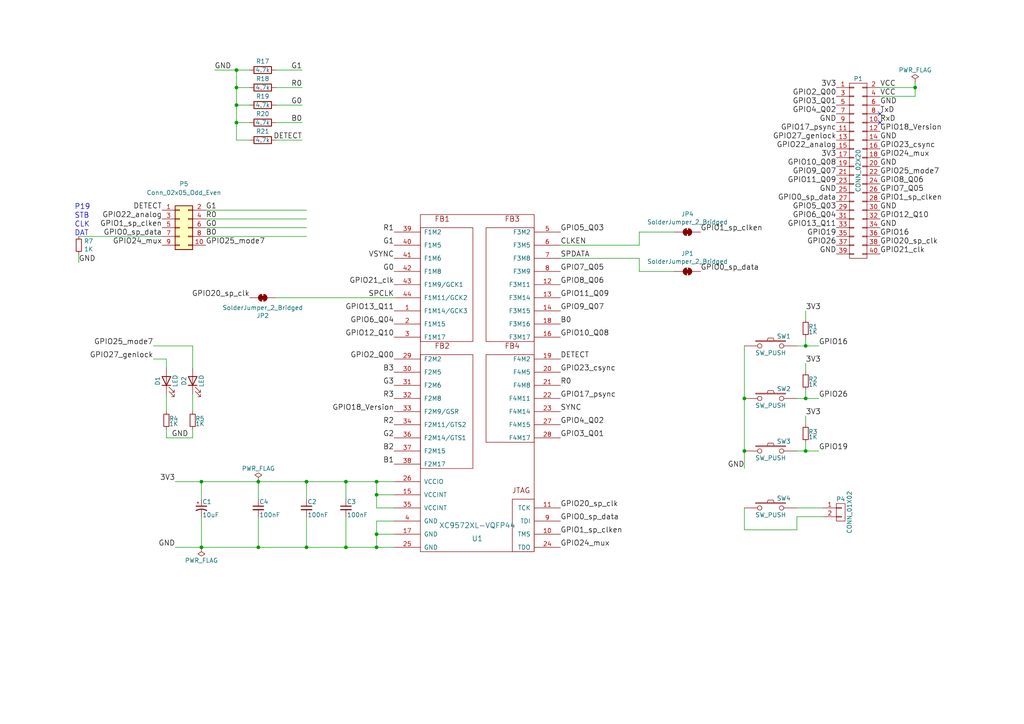
<source format=kicad_sch>
(kicad_sch (version 20250114) (generator "eeschema") (generator_version "9.0")
  (paper "A4")
  (lib_symbols
    (symbol "Connector_Generic:Conn_02x05_Odd_Even" (pin_names (offset 1.016) (hide yes))
      (property "Reference" "J" (at 1.27 7.62 0))
      (property "Value" "Conn_02x05_Odd_Even" (at 1.27 -7.62 0))
      (symbol "Conn_02x05_Odd_Even_1_1"
        (rectangle (start -1.27 6.35) (end 3.81 -6.35) (stroke (width 0.254)) (fill (type background)))
        (rectangle (start -1.27 5.207) (end 0 4.953) (stroke (width 0.1524)))
        (rectangle (start -1.27 2.667) (end 0 2.413) (stroke (width 0.1524)))
        (rectangle (start -1.27 0.127) (end 0 -0.127) (stroke (width 0.1524)))
        (rectangle (start -1.27 -2.413) (end 0 -2.667) (stroke (width 0.1524)))
        (rectangle (start -1.27 -4.953) (end 0 -5.207) (stroke (width 0.1524)))
        (rectangle (start 3.81 5.207) (end 2.54 4.953) (stroke (width 0.1524)))
        (rectangle (start 3.81 2.667) (end 2.54 2.413) (stroke (width 0.1524)))
        (rectangle (start 3.81 0.127) (end 2.54 -0.127) (stroke (width 0.1524)))
        (rectangle (start 3.81 -2.413) (end 2.54 -2.667) (stroke (width 0.1524)))
        (rectangle (start 3.81 -4.953) (end 2.54 -5.207) (stroke (width 0.1524)))
        (pin passive line (at -5.08 5.08 0) (length 3.81) (name "Pin_1") (number "1"))
        (pin passive line (at -5.08 2.54 0) (length 3.81) (name "Pin_3") (number "3"))
        (pin passive line (at -5.08 0 0) (length 3.81) (name "Pin_5") (number "5"))
        (pin passive line (at -5.08 -2.54 0) (length 3.81) (name "Pin_7") (number "7"))
        (pin passive line (at -5.08 -5.08 0) (length 3.81) (name "Pin_9") (number "9"))
        (pin passive line (at 7.62 5.08 180) (length 3.81) (name "Pin_2") (number "2"))
        (pin passive line (at 7.62 2.54 180) (length 3.81) (name "Pin_4") (number "4"))
        (pin passive line (at 7.62 0 180) (length 3.81) (name "Pin_6") (number "6"))
        (pin passive line (at 7.62 -2.54 180) (length 3.81) (name "Pin_8") (number "8"))
        (pin passive line (at 7.62 -5.08 180) (length 3.81) (name "Pin_10") (number "10"))
      )
    )
    (symbol "Connector_Generic:Conn_02x06_Odd_Even" (pin_names (offset 1.016) (hide yes))
      (property "Reference" "J" (at 1.27 7.62 0))
      (property "Value" "Conn_02x06_Odd_Even" (at 1.27 -10.16 0))
      (symbol "Conn_02x06_Odd_Even_1_1"
        (rectangle (start -1.27 6.35) (end 3.81 -8.89) (stroke (width 0.254)) (fill (type background)))
        (rectangle (start -1.27 5.207) (end 0 4.953) (stroke (width 0.1524)))
        (rectangle (start -1.27 2.667) (end 0 2.413) (stroke (width 0.1524)))
        (rectangle (start -1.27 0.127) (end 0 -0.127) (stroke (width 0.1524)))
        (rectangle (start -1.27 -2.413) (end 0 -2.667) (stroke (width 0.1524)))
        (rectangle (start -1.27 -4.953) (end 0 -5.207) (stroke (width 0.1524)))
        (rectangle (start -1.27 -7.493) (end 0 -7.747) (stroke (width 0.1524)))
        (rectangle (start 3.81 5.207) (end 2.54 4.953) (stroke (width 0.1524)))
        (rectangle (start 3.81 2.667) (end 2.54 2.413) (stroke (width 0.1524)))
        (rectangle (start 3.81 0.127) (end 2.54 -0.127) (stroke (width 0.1524)))
        (rectangle (start 3.81 -2.413) (end 2.54 -2.667) (stroke (width 0.1524)))
        (rectangle (start 3.81 -4.953) (end 2.54 -5.207) (stroke (width 0.1524)))
        (rectangle (start 3.81 -7.493) (end 2.54 -7.747) (stroke (width 0.1524)))
        (pin passive line (at -5.08 5.08 0) (length 3.81) (name "Pin_1") (number "1"))
        (pin passive line (at -5.08 2.54 0) (length 3.81) (name "Pin_3") (number "3"))
        (pin passive line (at -5.08 0 0) (length 3.81) (name "Pin_5") (number "5"))
        (pin passive line (at -5.08 -2.54 0) (length 3.81) (name "Pin_7") (number "7"))
        (pin passive line (at -5.08 -5.08 0) (length 3.81) (name "Pin_9") (number "9"))
        (pin passive line (at -5.08 -7.62 0) (length 3.81) (name "Pin_11") (number "11"))
        (pin passive line (at 7.62 5.08 180) (length 3.81) (name "Pin_2") (number "2"))
        (pin passive line (at 7.62 2.54 180) (length 3.81) (name "Pin_4") (number "4"))
        (pin passive line (at 7.62 0 180) (length 3.81) (name "Pin_6") (number "6"))
        (pin passive line (at 7.62 -2.54 180) (length 3.81) (name "Pin_8") (number "8"))
        (pin passive line (at 7.62 -5.08 180) (length 3.81) (name "Pin_10") (number "10"))
        (pin passive line (at 7.62 -7.62 180) (length 3.81) (name "Pin_12") (number "12"))
      )
    )
    (symbol "Device:CP1_Small" (pin_numbers (hide yes)) (pin_names (offset 0.254) (hide yes))
      (property "Reference" "C" (at 0.254 1.778 0))
      (property "Value" "Device_CP1_Small" (at 0.254 -2.032 0))
      (symbol "CP1_Small_0_1"
        (polyline (pts (xy -1.524 0.508) (xy 1.524 0.508)) (stroke (width 0.3048)))
        (polyline (pts (xy -1.27 1.524) (xy -0.762 1.524)))
        (polyline (pts (xy -1.016 1.27) (xy -1.016 1.778)))
        (arc (start -1.524 -0.762) (mid 0 -0.3734) (end 1.524 -0.762) (stroke (width 0.3048)))
      )
      (symbol "CP1_Small_1_1"
        (pin passive line (at 0 2.54 270) (length 2.032) (name "~") (number "1"))
        (pin passive line (at 0 -2.54 90) (length 2.032) (name "~") (number "2"))
      )
    )
    (symbol "Device:C_Small" (pin_numbers (hide yes)) (pin_names (offset 0.254) (hide yes))
      (property "Reference" "C" (at 0.254 1.778 0))
      (property "Value" "C_Small" (at 0.254 -2.032 0))
      (symbol "C_Small_0_1"
        (polyline (pts (xy -1.524 0.508) (xy 1.524 0.508)) (stroke (width 0.3048)))
        (polyline (pts (xy -1.524 -0.508) (xy 1.524 -0.508)) (stroke (width 0.3302)))
      )
      (symbol "C_Small_1_1"
        (pin passive line (at 0 2.54 270) (length 2.032) (name "~") (number "1"))
        (pin passive line (at 0 -2.54 90) (length 2.032) (name "~") (number "2"))
      )
    )
    (symbol "Device:LED" (pin_numbers (hide yes)) (pin_names (offset 1.016) (hide yes))
      (property "Reference" "D" (at 0 2.54 0))
      (property "Value" "LED" (at 0 -2.54 0))
      (symbol "LED_0_1"
        (polyline (pts (xy -3.048 -0.762) (xy -4.572 -2.286) (xy -3.81 -2.286) (xy -4.572 -2.286) (xy -4.572 -1.524)))
        (polyline (pts (xy -1.778 -0.762) (xy -3.302 -2.286) (xy -2.54 -2.286) (xy -3.302 -2.286) (xy -3.302 -1.524)))
        (polyline (pts (xy -1.27 0) (xy 1.27 0)))
        (polyline (pts (xy -1.27 -1.27) (xy -1.27 1.27)) (stroke (width 0.254)))
        (polyline (pts (xy 1.27 -1.27) (xy 1.27 1.27) (xy -1.27 0) (xy 1.27 -1.27)) (stroke (width 0.254)))
      )
      (symbol "LED_1_1"
        (pin passive line (at -3.81 0 0) (length 2.54) (name "K") (number "1"))
        (pin passive line (at 3.81 0 180) (length 2.54) (name "A") (number "2"))
      )
    )
    (symbol "Device:R" (pin_numbers (hide yes)) (pin_names (offset 0))
      (property "Reference" "R" (at 2.032 0 90))
      (property "Value" "R" (at 0 0 90))
      (symbol "R_0_1"
        (rectangle (start -1.016 -2.54) (end 1.016 2.54) (stroke (width 0.254)))
      )
      (symbol "R_1_1"
        (pin passive line (at 0 3.81 270) (length 1.27) (name "~") (number "1"))
        (pin passive line (at 0 -3.81 90) (length 1.27) (name "~") (number "2"))
      )
    )
    (symbol "Device:R_Small" (pin_numbers (hide yes)) (pin_names (offset 0.254) (hide yes))
      (property "Reference" "R" (at 0 0 90))
      (property "Value" "R_Small" (at 1.778 0 90))
      (symbol "R_Small_0_1"
        (rectangle (start -0.762 1.778) (end 0.762 -1.778) (stroke (width 0.2032)))
      )
      (symbol "R_Small_1_1"
        (pin passive line (at 0 2.54 270) (length 0.762) (name "~") (number "1"))
        (pin passive line (at 0 -2.54 90) (length 0.762) (name "~") (number "2"))
      )
    )
    (symbol "Jumper:SolderJumper_2_Bridged" (pin_numbers (hide yes)) (pin_names (offset 0) (hide yes)) (in_bom no)
      (property "Reference" "JP" (at 0 2.032 0))
      (property "Value" "SolderJumper_2_Bridged" (at 0 -2.54 0))
      (symbol "SolderJumper_2_Bridged_0_1"
        (rectangle (start -0.508 0.508) (end 0.508 -0.508) (fill (type outline)))
        (polyline (pts (xy -0.254 1.016) (xy -0.254 -1.016)))
        (arc (start -0.254 -1.016) (mid -1.2656 0) (end -0.254 1.016))
        (arc (start -0.254 -1.016) (mid -1.2656 0) (end -0.254 1.016) (fill (type outline)))
        (arc (start 0.254 1.016) (mid 1.2656 0) (end 0.254 -1.016))
        (arc (start 0.254 1.016) (mid 1.2656 0) (end 0.254 -1.016) (fill (type outline)))
        (polyline (pts (xy 0.254 1.016) (xy 0.254 -1.016)))
      )
      (symbol "SolderJumper_2_Bridged_1_1"
        (pin passive line (at -3.81 0 0) (length 2.54) (name "A") (number "1"))
        (pin passive line (at 3.81 0 180) (length 2.54) (name "B") (number "2"))
      )
    )
    (symbol "power:PWR_FLAG" (power) (pin_numbers (hide yes)) (pin_names (offset 0) (hide yes))
      (property "Value" "PWR_FLAG" (at 0 3.81 0))
      (symbol "PWR_FLAG_0_0"
        (pin power_out line (at 0 0 90) (length 0) (name "~") (number "1"))
      )
      (symbol "PWR_FLAG_0_1"
        (polyline (pts (xy 0 0) (xy 0 1.27) (xy -1.016 1.905) (xy 0 2.54) (xy 1.016 1.905) (xy 0 1.27)))
      )
    )
    (symbol "rgb-to-hdmi-rescue:CONN_01X02" (pin_names (offset 1.016) (hide yes))
      (property "Reference" "P" (at 0 3.81 0))
      (property "Value" "CONN_01X02" (at 2.54 0 90))
      (symbol "CONN_01X02_0_1"
        (rectangle (start -1.27 2.54) (end 1.27 -2.54))
        (rectangle (start -1.27 1.397) (end 0.254 1.143))
        (rectangle (start -1.27 -1.143) (end 0.254 -1.397))
      )
      (symbol "CONN_01X02_1_1"
        (pin passive line (at -5.08 1.27 0) (length 3.81) (name "P1") (number "1"))
        (pin passive line (at -5.08 -1.27 0) (length 3.81) (name "P2") (number "2"))
      )
    )
    (symbol "rgb-to-hdmi-rescue:CONN_02X20" (pin_names (offset 0.0254) (hide yes))
      (property "Reference" "P" (at 0 26.67 0))
      (property "Value" "CONN_02X20" (at 0 0 90))
      (symbol "CONN_02X20_0_1"
        (rectangle (start -2.54 25.4) (end 2.54 -25.4))
        (rectangle (start -2.54 24.257) (end -1.27 24.003))
        (rectangle (start -2.54 21.717) (end -1.27 21.463))
        (rectangle (start -2.54 19.177) (end -1.27 18.923))
        (rectangle (start -2.54 16.637) (end -1.27 16.383))
        (rectangle (start -2.54 14.097) (end -1.27 13.843))
        (rectangle (start -2.54 11.557) (end -1.27 11.303))
        (rectangle (start -2.54 9.017) (end -1.27 8.763))
        (rectangle (start -2.54 6.477) (end -1.27 6.223))
        (rectangle (start -2.54 3.937) (end -1.27 3.683))
        (rectangle (start -2.54 1.397) (end -1.27 1.143))
        (rectangle (start -2.54 -1.143) (end -1.27 -1.397))
        (rectangle (start -2.54 -3.683) (end -1.27 -3.937))
        (rectangle (start -2.54 -6.223) (end -1.27 -6.477))
        (rectangle (start -2.54 -8.763) (end -1.27 -9.017))
        (rectangle (start -2.54 -11.303) (end -1.27 -11.557))
        (rectangle (start -2.54 -13.843) (end -1.27 -14.097))
        (rectangle (start -2.54 -16.383) (end -1.27 -16.637))
        (rectangle (start -2.54 -18.923) (end -1.27 -19.177))
        (rectangle (start -2.54 -21.463) (end -1.27 -21.717))
        (rectangle (start -2.54 -24.003) (end -1.27 -24.257))
        (rectangle (start 1.27 24.257) (end 2.54 24.003))
        (rectangle (start 1.27 21.717) (end 2.54 21.463))
        (rectangle (start 1.27 19.177) (end 2.54 18.923))
        (rectangle (start 1.27 16.637) (end 2.54 16.383))
        (rectangle (start 1.27 14.097) (end 2.54 13.843))
        (rectangle (start 1.27 11.557) (end 2.54 11.303))
        (rectangle (start 1.27 9.017) (end 2.54 8.763))
        (rectangle (start 1.27 6.477) (end 2.54 6.223))
        (rectangle (start 1.27 3.937) (end 2.54 3.683))
        (rectangle (start 1.27 1.397) (end 2.54 1.143))
        (rectangle (start 1.27 -1.143) (end 2.54 -1.397))
        (rectangle (start 1.27 -3.683) (end 2.54 -3.937))
        (rectangle (start 1.27 -6.223) (end 2.54 -6.477))
        (rectangle (start 1.27 -8.763) (end 2.54 -9.017))
        (rectangle (start 1.27 -11.303) (end 2.54 -11.557))
        (rectangle (start 1.27 -13.843) (end 2.54 -14.097))
        (rectangle (start 1.27 -16.383) (end 2.54 -16.637))
        (rectangle (start 1.27 -18.923) (end 2.54 -19.177))
        (rectangle (start 1.27 -21.463) (end 2.54 -21.717))
        (rectangle (start 1.27 -24.003) (end 2.54 -24.257))
      )
      (symbol "CONN_02X20_1_1"
        (pin passive line (at -6.35 24.13 0) (length 3.81) (name "P1") (number "1"))
        (pin passive line (at -6.35 21.59 0) (length 3.81) (name "P3") (number "3"))
        (pin passive line (at -6.35 19.05 0) (length 3.81) (name "P5") (number "5"))
        (pin passive line (at -6.35 16.51 0) (length 3.81) (name "P7") (number "7"))
        (pin passive line (at -6.35 13.97 0) (length 3.81) (name "P9") (number "9"))
        (pin passive line (at -6.35 11.43 0) (length 3.81) (name "P11") (number "11"))
        (pin passive line (at -6.35 8.89 0) (length 3.81) (name "P13") (number "13"))
        (pin passive line (at -6.35 6.35 0) (length 3.81) (name "P15") (number "15"))
        (pin passive line (at -6.35 3.81 0) (length 3.81) (name "P17") (number "17"))
        (pin passive line (at -6.35 1.27 0) (length 3.81) (name "P19") (number "19"))
        (pin passive line (at -6.35 -1.27 0) (length 3.81) (name "P21") (number "21"))
        (pin passive line (at -6.35 -3.81 0) (length 3.81) (name "P23") (number "23"))
        (pin passive line (at -6.35 -6.35 0) (length 3.81) (name "P25") (number "25"))
        (pin passive line (at -6.35 -8.89 0) (length 3.81) (name "P27") (number "27"))
        (pin passive line (at -6.35 -11.43 0) (length 3.81) (name "P29") (number "29"))
        (pin passive line (at -6.35 -13.97 0) (length 3.81) (name "P31") (number "31"))
        (pin passive line (at -6.35 -16.51 0) (length 3.81) (name "P33") (number "33"))
        (pin passive line (at -6.35 -19.05 0) (length 3.81) (name "P35") (number "35"))
        (pin passive line (at -6.35 -21.59 0) (length 3.81) (name "P37") (number "37"))
        (pin passive line (at -6.35 -24.13 0) (length 3.81) (name "P39") (number "39"))
        (pin passive line (at 6.35 24.13 180) (length 3.81) (name "P2") (number "2"))
        (pin passive line (at 6.35 21.59 180) (length 3.81) (name "P4") (number "4"))
        (pin passive line (at 6.35 19.05 180) (length 3.81) (name "P6") (number "6"))
        (pin passive line (at 6.35 16.51 180) (length 3.81) (name "P8") (number "8"))
        (pin passive line (at 6.35 13.97 180) (length 3.81) (name "P10") (number "10"))
        (pin passive line (at 6.35 11.43 180) (length 3.81) (name "P12") (number "12"))
        (pin passive line (at 6.35 8.89 180) (length 3.81) (name "P14") (number "14"))
        (pin passive line (at 6.35 6.35 180) (length 3.81) (name "P16") (number "16"))
        (pin passive line (at 6.35 3.81 180) (length 3.81) (name "P18") (number "18"))
        (pin passive line (at 6.35 1.27 180) (length 3.81) (name "P20") (number "20"))
        (pin passive line (at 6.35 -1.27 180) (length 3.81) (name "P22") (number "22"))
        (pin passive line (at 6.35 -3.81 180) (length 3.81) (name "P24") (number "24"))
        (pin passive line (at 6.35 -6.35 180) (length 3.81) (name "P26") (number "26"))
        (pin passive line (at 6.35 -8.89 180) (length 3.81) (name "P28") (number "28"))
        (pin passive line (at 6.35 -11.43 180) (length 3.81) (name "P30") (number "30"))
        (pin passive line (at 6.35 -13.97 180) (length 3.81) (name "P32") (number "32"))
        (pin passive line (at 6.35 -16.51 180) (length 3.81) (name "P34") (number "34"))
        (pin passive line (at 6.35 -19.05 180) (length 3.81) (name "P36") (number "36"))
        (pin passive line (at 6.35 -21.59 180) (length 3.81) (name "P38") (number "38"))
        (pin passive line (at 6.35 -24.13 180) (length 3.81) (name "P40") (number "40"))
      )
    )
    (symbol "rgb-to-hdmi-rescue:SW_PUSH" (pin_numbers (hide yes)) (pin_names (offset 1.016) (hide yes))
      (property "Reference" "SW" (at 3.81 2.794 0))
      (property "Value" "SW_PUSH" (at 0 -2.032 0))
      (symbol "SW_PUSH_0_1"
        (rectangle (start -4.318 1.27) (end 4.318 1.524))
        (polyline (pts (xy -1.016 1.524) (xy -0.762 2.286) (xy 0.762 2.286) (xy 1.016 1.524)))
        (pin passive inverted (at -7.62 0 0) (length 5.08) (name "1") (number "1"))
        (pin passive inverted (at 7.62 0 180) (length 5.08) (name "2") (number "2"))
      )
    )
    (symbol "xc9572xl:XC9572XL-VQFP44" (pin_names (offset 1.016))
      (property "Reference" "U" (at 0 -55.88 0))
      (property "Value" "XC9572XL-VQFP44" (at 0 -52.07 0))
      (symbol "XC9572XL-VQFP44_0_0"
        (rectangle (start -16.51 38.1) (end 16.51 -59.69))
        (rectangle (start 2.54 34.29) (end 16.51 1.27))
        (rectangle (start 16.51 -2.54) (end 2.54 -27.94))
        (rectangle (start 16.51 -44.45) (end 10.16 -59.69))
        (text "FB1" (at -10.16 36.83 0) (effects (font (size 1.524 1.524))))
        (text "FB2" (at -10.16 0 0) (effects (font (size 1.524 1.524))))
        (text "FB3" (at 10.16 36.83 0) (effects (font (size 1.524 1.524))))
        (text "FB4" (at 10.16 0 0) (effects (font (size 1.524 1.524))))
        (text "JTAG" (at 12.7 -41.91 0) (effects (font (size 1.524 1.524))))
      )
      (symbol "XC9572XL-VQFP44_0_1"
        (rectangle (start -16.51 34.29) (end -1.27 1.27))
        (rectangle (start -16.51 -2.54) (end -1.27 -35.56))
      )
      (symbol "XC9572XL-VQFP44_1_1"
        (pin bidirectional line (at -24.13 33.02 0) (length 7.62) (name "F1M2") (number "39"))
        (pin bidirectional line (at -24.13 29.21 0) (length 7.62) (name "F1M5") (number "40"))
        (pin bidirectional line (at -24.13 25.4 0) (length 7.62) (name "F1M6") (number "41"))
        (pin bidirectional line (at -24.13 21.59 0) (length 7.62) (name "F1M8") (number "42"))
        (pin input line (at -24.13 17.78 0) (length 7.62) (name "F1M9/GCK1") (number "43"))
        (pin input line (at -24.13 13.97 0) (length 7.62) (name "F1M11/GCK2") (number "44"))
        (pin input line (at -24.13 10.16 0) (length 7.62) (name "F1M14/GCK3") (number "1"))
        (pin bidirectional line (at -24.13 6.35 0) (length 7.62) (name "F1M15") (number "2"))
        (pin bidirectional line (at -24.13 2.54 0) (length 7.62) (name "F1M17") (number "3"))
        (pin bidirectional line (at -24.13 -3.81 0) (length 7.62) (name "F2M2") (number "29"))
        (pin bidirectional line (at -24.13 -7.62 0) (length 7.62) (name "F2M5") (number "30"))
        (pin bidirectional line (at -24.13 -11.43 0) (length 7.62) (name "F2M6") (number "31"))
        (pin bidirectional line (at -24.13 -15.24 0) (length 7.62) (name "F2M8") (number "32"))
        (pin bidirectional line (at -24.13 -19.05 0) (length 7.62) (name "F2M9/GSR") (number "33"))
        (pin bidirectional line (at -24.13 -22.86 0) (length 7.62) (name "F2M11/GTS2") (number "34"))
        (pin bidirectional line (at -24.13 -26.67 0) (length 7.62) (name "F2M14/GTS1") (number "36"))
        (pin bidirectional line (at -24.13 -30.48 0) (length 7.62) (name "F2M15") (number "37"))
        (pin bidirectional line (at -24.13 -34.29 0) (length 7.62) (name "F2M17") (number "38"))
        (pin power_in line (at -24.13 -39.37 0) (length 7.62) (name "VCCIO") (number "26"))
        (pin power_in line (at -24.13 -43.18 0) (length 7.62) (name "VCCINT") (number "15"))
        (pin power_in line (at -24.13 -46.99 0) (length 7.62) (name "VCCINT") (number "35"))
        (pin power_in line (at -24.13 -50.8 0) (length 7.62) (name "GND") (number "4"))
        (pin power_in line (at -24.13 -54.61 0) (length 7.62) (name "GND") (number "17"))
        (pin power_in line (at -24.13 -58.42 0) (length 7.62) (name "GND") (number "25"))
        (pin bidirectional line (at 24.13 33.02 180) (length 7.62) (name "F3M2") (number "5"))
        (pin bidirectional line (at 24.13 29.21 180) (length 7.62) (name "F3M5") (number "6"))
        (pin bidirectional line (at 24.13 25.4 180) (length 7.62) (name "F3M8") (number "7"))
        (pin bidirectional line (at 24.13 21.59 180) (length 7.62) (name "F3M9") (number "8"))
        (pin bidirectional line (at 24.13 17.78 180) (length 7.62) (name "F3M11") (number "12"))
        (pin bidirectional line (at 24.13 13.97 180) (length 7.62) (name "F3M14") (number "13"))
        (pin bidirectional line (at 24.13 10.16 180) (length 7.62) (name "F3M15") (number "14"))
        (pin bidirectional line (at 24.13 6.35 180) (length 7.62) (name "F3M16") (number "18"))
        (pin bidirectional line (at 24.13 2.54 180) (length 7.62) (name "F3M17") (number "16"))
        (pin bidirectional line (at 24.13 -3.81 180) (length 7.62) (name "F4M2") (number "19"))
        (pin bidirectional line (at 24.13 -7.62 180) (length 7.62) (name "F4M5") (number "20"))
        (pin bidirectional line (at 24.13 -11.43 180) (length 7.62) (name "F4M8") (number "21"))
        (pin bidirectional line (at 24.13 -15.24 180) (length 7.62) (name "F4M11") (number "22"))
        (pin bidirectional line (at 24.13 -19.05 180) (length 7.62) (name "F4M14") (number "23"))
        (pin bidirectional line (at 24.13 -22.86 180) (length 7.62) (name "F4M15") (number "27"))
        (pin bidirectional line (at 24.13 -26.67 180) (length 7.62) (name "F4M17") (number "28"))
        (pin input line (at 24.13 -46.99 180) (length 7.62) (name "TCK") (number "11"))
        (pin bidirectional line (at 24.13 -50.8 180) (length 7.62) (name "TDI") (number "9"))
        (pin bidirectional line (at 24.13 -54.61 180) (length 7.62) (name "TMS") (number "10"))
        (pin bidirectional line (at 24.13 -58.42 180) (length 7.62) (name "TDO") (number "24"))
      )
    )
  )
  (text "STB" (at 21.59 63.5 0) (effects (font (size 1.524 1.524)) (justify left bottom)))
  (text "P19\n" (at 21.59 60.96 0) (effects (font (size 1.524 1.524)) (justify left bottom)))
  (text "DAT" (at 21.59 68.58 0) (effects (font (size 1.524 1.524)) (justify left bottom)))
  (text "CLK" (at 21.59 66.04 0) (effects (font (size 1.524 1.524)) (justify left bottom)))
  (junction (at 265.43 25.4))
  (junction (at 166.37 -16.51))
  (junction (at 68.58 25.4))
  (junction (at 109.22 143.51))
  (junction (at 166.37 -21.59))
  (junction (at 109.22 139.7))
  (junction (at 68.58 35.56))
  (junction (at 133.35 -21.59))
  (junction (at 74.93 139.7))
  (junction (at 100.33 158.75))
  (junction (at 215.9 115.57))
  (junction (at 88.9 139.7))
  (junction (at 68.58 30.48))
  (junction (at 100.33 139.7))
  (junction (at 88.9 158.75))
  (junction (at 133.35 -26.67))
  (junction (at 58.42 139.7))
  (junction (at 58.42 158.75))
  (junction (at 109.22 158.75))
  (junction (at 215.9 130.81))
  (junction (at 74.93 158.75))
  (junction (at 196.85 -26.67))
  (junction (at 233.68 115.57))
  (junction (at 68.58 20.32))
  (junction (at 133.35 -16.51))
  (junction (at 233.68 130.81))
  (junction (at 233.68 100.33))
  (junction (at 166.37 -26.67))
  (junction (at 109.22 154.94))
  (no_connect (at 255.27 33.02))
  (no_connect (at -12.7 82.55))
  (no_connect (at 255.27 35.56))
  (wire (pts (xy 166.37 -16.51) (xy 166.37 -11.43)))
  (wire (pts (xy 255.27 25.4) (xy 265.43 25.4)))
  (wire (pts (xy 166.37 -21.59) (xy 170.18 -21.59)))
  (wire (pts (xy 177.8 -21.59) (xy 185.42 -21.59)))
  (wire (pts (xy 109.22 154.94) (xy 109.22 158.75)))
  (wire (pts (xy 67.31 -22.86) (xy 76.2 -22.86)))
  (wire (pts (xy 88.9 -22.86) (xy 99.06 -22.86)))
  (wire (pts (xy 166.37 -11.43) (xy 170.18 -11.43)))
  (wire (pts (xy 166.37 -21.59) (xy 166.37 -16.51)))
  (wire (pts (xy 233.68 107.95) (xy 233.68 105.41)))
  (wire (pts (xy 80.01 35.56) (xy 87.63 35.56)))
  (wire (pts (xy 208.28 -21.59) (xy 215.9 -21.59)))
  (wire (pts (xy 22.86 68.58) (xy 46.99 68.58)))
  (wire (pts (xy 144.78 -16.51) (xy 152.4 -16.51)))
  (wire (pts (xy 114.3 86.36) (xy 80.01 86.36)))
  (wire (pts (xy 88.9 -20.32) (xy 99.06 -20.32)))
  (wire (pts (xy 100.33 158.75) (xy 100.33 149.86)))
  (wire (pts (xy 74.93 139.7) (xy 74.93 144.78)))
  (wire (pts (xy 233.68 100.33) (xy 237.49 100.33)))
  (wire (pts (xy 265.43 24.13) (xy 265.43 25.4)))
  (wire (pts (xy 55.88 100.33) (xy 44.45 100.33)))
  (wire (pts (xy 233.68 92.71) (xy 233.68 90.17)))
  (wire (pts (xy 88.9 158.75) (xy 100.33 158.75)))
  (wire (pts (xy 80.01 20.32) (xy 87.63 20.32)))
  (wire (pts (xy 177.8 -11.43) (xy 185.42 -11.43)))
  (wire (pts (xy 231.14 149.86) (xy 238.76 149.86)))
  (wire (pts (xy 109.22 139.7) (xy 109.22 143.51)))
  (wire (pts (xy 144.78 -21.59) (xy 152.4 -21.59)))
  (wire (pts (xy 59.69 68.58) (xy 88.9 68.58)))
  (wire (pts (xy 215.9 130.81) (xy 215.9 135.89)))
  (wire (pts (xy 233.68 123.19) (xy 233.68 120.65)))
  (wire (pts (xy 68.58 20.32) (xy 68.58 25.4)))
  (wire (pts (xy 67.31 -15.24) (xy 76.2 -15.24)))
  (wire (pts (xy 68.58 35.56) (xy 72.39 35.56)))
  (wire (pts (xy 88.9 -17.78) (xy 99.06 -17.78)))
  (wire (pts (xy 48.26 114.3) (xy 48.26 119.38)))
  (wire (pts (xy 133.35 -21.59) (xy 133.35 -16.51)))
  (wire (pts (xy 133.35 -26.67) (xy 133.35 -21.59)))
  (wire (pts (xy 177.8 -26.67) (xy 185.42 -26.67)))
  (wire (pts (xy 48.26 127) (xy 48.26 124.46)))
  (wire (pts (xy 68.58 20.32) (xy 72.39 20.32)))
  (wire (pts (xy 127 -26.67) (xy 133.35 -26.67)))
  (wire (pts (xy 195.58 67.31) (xy 185.42 67.31)))
  (wire (pts (xy 238.76 147.32) (xy 231.14 147.32)))
  (wire (pts (xy 88.9 -25.4) (xy 99.06 -25.4)))
  (wire (pts (xy 215.9 115.57) (xy 215.9 130.81)))
  (wire (pts (xy 48.26 104.14) (xy 44.45 104.14)))
  (wire (pts (xy 231.14 130.81) (xy 233.68 130.81)))
  (wire (pts (xy 100.33 139.7) (xy 109.22 139.7)))
  (wire (pts (xy 185.42 78.74) (xy 185.42 74.93)))
  (wire (pts (xy 88.9 139.7) (xy 100.33 139.7)))
  (wire (pts (xy 109.22 147.32) (xy 114.3 147.32)))
  (wire (pts (xy 233.68 115.57) (xy 237.49 115.57)))
  (wire (pts (xy 68.58 30.48) (xy 68.58 35.56)))
  (wire (pts (xy 166.37 -26.67) (xy 166.37 -21.59)))
  (wire (pts (xy 185.42 71.12) (xy 162.56 71.12)))
  (wire (pts (xy 58.42 158.75) (xy 58.42 149.86)))
  (wire (pts (xy 55.88 114.3) (xy 55.88 119.38)))
  (wire (pts (xy 133.35 -16.51) (xy 133.35 -11.43)))
  (wire (pts (xy 215.9 153.67) (xy 215.9 147.32)))
  (wire (pts (xy 58.42 158.75) (xy 50.8 158.75)))
  (wire (pts (xy 88.9 -15.24) (xy 99.06 -15.24)))
  (wire (pts (xy 233.68 100.33) (xy 233.68 97.79)))
  (wire (pts (xy 160.02 -26.67) (xy 166.37 -26.67)))
  (wire (pts (xy 74.93 139.7) (xy 88.9 139.7)))
  (wire (pts (xy 144.78 -26.67) (xy 152.4 -26.67)))
  (wire (pts (xy 80.01 30.48) (xy 87.63 30.48)))
  (wire (pts (xy 74.93 158.75) (xy 88.9 158.75)))
  (wire (pts (xy 80.01 40.64) (xy 87.63 40.64)))
  (wire (pts (xy 133.35 -26.67) (xy 137.16 -26.67)))
  (wire (pts (xy 74.93 158.75) (xy 74.93 149.86)))
  (wire (pts (xy 177.8 -16.51) (xy 185.42 -16.51)))
  (wire (pts (xy 67.31 -25.4) (xy 76.2 -25.4)))
  (wire (pts (xy 233.68 115.57) (xy 233.68 113.03)))
  (wire (pts (xy 58.42 139.7) (xy 58.42 144.78)))
  (wire (pts (xy 109.22 143.51) (xy 109.22 147.32)))
  (wire (pts (xy 190.5 -26.67) (xy 196.85 -26.67)))
  (wire (pts (xy 265.43 25.4) (xy 265.43 27.94)))
  (wire (pts (xy 114.3 151.13) (xy 109.22 151.13)))
  (wire (pts (xy 133.35 -11.43) (xy 137.16 -11.43)))
  (wire (pts (xy 114.3 143.51) (xy 109.22 143.51)))
  (wire (pts (xy 59.69 63.5) (xy 88.9 63.5)))
  (wire (pts (xy 80.01 25.4) (xy 87.63 25.4)))
  (wire (pts (xy 59.69 60.96) (xy 88.9 60.96)))
  (wire (pts (xy 88.9 139.7) (xy 88.9 144.78)))
  (wire (pts (xy 109.22 154.94) (xy 114.3 154.94)))
  (wire (pts (xy 231.14 153.67) (xy 215.9 153.67)))
  (wire (pts (xy 68.58 30.48) (xy 72.39 30.48)))
  (wire (pts (xy 68.58 25.4) (xy 68.58 30.48)))
  (wire (pts (xy 100.33 139.7) (xy 100.33 144.78)))
  (wire (pts (xy 196.85 -26.67) (xy 200.66 -26.67)))
  (wire (pts (xy 68.58 40.64) (xy 72.39 40.64)))
  (wire (pts (xy 88.9 158.75) (xy 88.9 149.86)))
  (wire (pts (xy 109.22 151.13) (xy 109.22 154.94)))
  (wire (pts (xy 88.9 -12.7) (xy 99.06 -12.7)))
  (wire (pts (xy 231.14 115.57) (xy 233.68 115.57)))
  (wire (pts (xy 133.35 -16.51) (xy 137.16 -16.51)))
  (wire (pts (xy 233.68 130.81) (xy 237.49 130.81)))
  (wire (pts (xy 195.58 78.74) (xy 185.42 78.74)))
  (wire (pts (xy 215.9 100.33) (xy 215.9 115.57)))
  (wire (pts (xy 22.86 76.2) (xy 22.86 73.66)))
  (wire (pts (xy 133.35 -21.59) (xy 137.16 -21.59)))
  (wire (pts (xy 109.22 139.7) (xy 114.3 139.7)))
  (wire (pts (xy 233.68 130.81) (xy 233.68 128.27)))
  (wire (pts (xy 196.85 -26.67) (xy 196.85 -21.59)))
  (wire (pts (xy 185.42 67.31) (xy 185.42 71.12)))
  (wire (pts (xy 55.88 124.46) (xy 55.88 127)))
  (wire (pts (xy 67.31 -17.78) (xy 76.2 -17.78)))
  (wire (pts (xy 185.42 74.93) (xy 162.56 74.93)))
  (wire (pts (xy 231.14 149.86) (xy 231.14 153.67)))
  (wire (pts (xy 231.14 100.33) (xy 233.68 100.33)))
  (wire (pts (xy 58.42 139.7) (xy 74.93 139.7)))
  (wire (pts (xy 208.28 -26.67) (xy 215.9 -26.67)))
  (wire (pts (xy 68.58 25.4) (xy 72.39 25.4)))
  (wire (pts (xy 68.58 35.56) (xy 68.58 40.64)))
  (wire (pts (xy 62.23 20.32) (xy 68.58 20.32)))
  (wire (pts (xy 265.43 27.94) (xy 255.27 27.94)))
  (wire (pts (xy 109.22 158.75) (xy 114.3 158.75)))
  (wire (pts (xy 67.31 -12.7) (xy 76.2 -12.7)))
  (wire (pts (xy 100.33 158.75) (xy 109.22 158.75)))
  (wire (pts (xy 55.88 106.68) (xy 55.88 100.33)))
  (wire (pts (xy 166.37 -16.51) (xy 170.18 -16.51)))
  (wire (pts (xy 48.26 106.68) (xy 48.26 104.14)))
  (wire (pts (xy 67.31 -20.32) (xy 76.2 -20.32)))
  (wire (pts (xy 144.78 -11.43) (xy 152.4 -11.43)))
  (wire (pts (xy 166.37 -26.67) (xy 170.18 -26.67)))
  (wire (pts (xy 196.85 -21.59) (xy 200.66 -21.59)))
  (wire (pts (xy 58.42 158.75) (xy 74.93 158.75)))
  (wire (pts (xy 58.42 139.7) (xy 50.8 139.7)))
  (wire (pts (xy 59.69 66.04) (xy 88.9 66.04)))
  (wire (pts (xy 55.88 127) (xy 48.26 127)))
  (label "GPIO10_Q08" (at 242.57 48.26 180) (effects (font (size 1.524 1.524))))
  (label "R3" (at 152.4 -11.43 180) (effects (font (size 1.524 1.524))))
  (label "3V3" (at 242.57 45.72 180) (effects (font (size 1.524 1.524))))
  (label "R2" (at 99.06 -20.32 180) (effects (font (size 1.524 1.524))))
  (label "GPIO21_clk" (at 255.27 73.66 0) (effects (font (size 1.524 1.524))))
  (label "B1" (at 67.31 -25.4 0) (effects (font (size 1.524 1.524))))
  (label "GPIO22_analog" (at 242.57 43.18 180) (effects (font (size 1.524 1.524))))
  (label "G3" (at 99.06 -15.24 180) (effects (font (size 1.524 1.524))))
  (label "R0" (at 162.56 111.76 0) (effects (font (size 1.524 1.524))))
  (label "GPIO6_Q04" (at 242.57 63.5 180) (effects (font (size 1.524 1.524))))
  (label "R0" (at 59.69 63.5 0) (effects (font (size 1.524 1.524))))
  (label "B1" (at 215.9 -21.59 180) (effects (font (size 1.524 1.524))))
  (label "GPIO5_Q03" (at 162.56 67.31 0) (effects (font (size 1.524 1.524))))
  (label "B0" (at 59.69 68.58 0) (effects (font (size 1.524 1.524))))
  (label "GPIO18_Version" (at 255.27 38.1 0) (effects (font (size 1.524 1.524))))
  (label "GND" (at 255.27 40.64 0) (effects (font (size 1.524 1.524))))
  (label "VSYNC" (at 114.3 74.93 180) (effects (font (size 1.524 1.524))))
  (label "3V3" (at 233.68 90.17 0) (effects (font (size 1.524 1.524))))
  (label "GPIO1_sp_clken" (at 46.99 66.04 180) (effects (font (size 1.524 1.524))))
  (label "VCC" (at 255.27 25.4 0) (effects (font (size 1.524 1.524))))
  (label "GPIO12_Q10" (at 114.3 97.79 180) (effects (font (size 1.524 1.524))))
  (label "GPIO19" (at 242.57 68.58 180) (effects (font (size 1.524 1.524))))
  (label "R3" (at 99.06 -17.78 180) (effects (font (size 1.524 1.524))))
  (label "GPIO22_analog" (at 46.99 63.5 180) (effects (font (size 1.524 1.524))))
  (label "G1" (at 114.3 71.12 180) (effects (font (size 1.524 1.524))))
  (label "GPIO16" (at 237.49 100.33 0) (effects (font (size 1.524 1.524))))
  (label "SYNC" (at 185.42 -26.67 180) (effects (font (size 1.524 1.524))))
  (label "GPIO16" (at 255.27 68.58 0) (effects (font (size 1.524 1.524))))
  (label "GND" (at 62.23 20.32 0) (effects (font (size 1.524 1.524))))
  (label "G1" (at 59.69 60.96 0) (effects (font (size 1.524 1.524))))
  (label "B2" (at 67.31 -20.32 0) (effects (font (size 1.524 1.524))))
  (label "GPIO24_mux" (at 46.99 71.12 180) (effects (font (size 1.524 1.524))))
  (label "GND" (at 255.27 48.26 0) (effects (font (size 1.524 1.524))))
  (label "GPIO8_Q06" (at 162.56 82.55 0) (effects (font (size 1.524 1.524))))
  (label "GPIO25_mode7" (at 255.27 50.8 0) (effects (font (size 1.524 1.524))))
  (label "3V3" (at 50.8 139.7 180) (effects (font (size 1.524 1.524))))
  (label "GPIO1_sp_clken" (at 255.27 58.42 0) (effects (font (size 1.524 1.524))))
  (label "SPCLK" (at 114.3 86.36 180) (effects (font (size 1.524 1.524))))
  (label "B3" (at 114.3 107.95 180) (effects (font (size 1.524 1.524))))
  (label "GND" (at 160.02 -26.67 0) (effects (font (size 1.524 1.524))))
  (label "GPIO1_sp_clken" (at 162.56 154.94 0) (effects (font (size 1.524 1.524))))
  (label "GPIO17_psync" (at 242.57 38.1 180) (effects (font (size 1.524 1.524))))
  (label "VSYNC" (at 185.42 -16.51 180) (effects (font (size 1.524 1.524))))
  (label "GPIO7_Q05" (at 162.56 78.74 0) (effects (font (size 1.524 1.524))))
  (label "GPIO10_Q08" (at 162.56 97.79 0) (effects (font (size 1.524 1.524))))
  (label "GPIO20_sp_clk" (at 255.27 71.12 0) (effects (font (size 1.524 1.524))))
  (label "GPIO25_mode7" (at 44.45 100.33 180) (effects (font (size 1.524 1.524))))
  (label "GND" (at 22.86 76.2 0) (effects (font (size 1.524 1.524))))
  (label "R1" (at 215.9 -26.67 180) (effects (font (size 1.524 1.524))))
  (label "GPIO0_sp_data" (at 162.56 151.13 0) (effects (font (size 1.524 1.524))))
  (label "DETECT" (at 87.63 40.64 180) (effects (font (size 1.524 1.524))))
  (label "GPIO25_mode7" (at 59.69 71.12 0) (effects (font (size 1.524 1.524))))
  (label "GPIO0_sp_data" (at 242.57 58.42 180) (effects (font (size 1.524 1.524))))
  (label "VCC" (at 67.31 -12.7 0) (effects (font (size 1.524 1.524))))
  (label "GPIO23_csync" (at 162.56 107.95 0) (effects (font (size 1.524 1.524))))
  (label "B0" (at 87.63 35.56 180) (effects (font (size 1.524 1.524))))
  (label "VSYNC" (at 67.31 -15.24 0) (effects (font (size 1.524 1.524))))
  (label "GND" (at 242.57 55.88 180) (effects (font (size 1.524 1.524))))
  (label "GPIO24_mux" (at 255.27 45.72 0) (effects (font (size 1.524 1.524))))
  (label "B3" (at 185.42 -11.43 180) (effects (font (size 1.524 1.524))))
  (label "GPIO5_Q03" (at 242.57 60.96 180) (effects (font (size 1.524 1.524))))
  (label "GPIO8_Q06" (at 255.27 53.34 0) (effects (font (size 1.524 1.524))))
  (label "GPIO13_Q11" (at 114.3 90.17 180) (effects (font (size 1.524 1.524))))
  (label "B0" (at 162.56 93.98 0) (effects (font (size 1.524 1.524))))
  (label "GPIO2_Q00" (at 242.57 27.94 180) (effects (font (size 1.524 1.524))))
  (label "GPIO19" (at 237.49 130.81 0) (effects (font (size 1.524 1.524))))
  (label "GND" (at 99.06 -22.86 180) (effects (font (size 1.524 1.524))))
  (label "GPIO26" (at 242.57 71.12 180) (effects (font (size 1.524 1.524))))
  (label "GPIO9_Q07" (at 242.57 50.8 180) (effects (font (size 1.524 1.524))))
  (label "SPDATA" (at 162.56 74.93 0) (effects (font (size 1.524 1.524))))
  (label "GPIO4_Q02" (at 162.56 123.19 0) (effects (font (size 1.524 1.524))))
  (label "DETECT" (at 46.99 60.96 180) (effects (font (size 1.524 1.524))))
  (label "GND" (at 190.5 -26.67 0) (effects (font (size 1.524 1.524))))
  (label "SYNC" (at 162.56 119.38 0) (effects (font (size 1.524 1.524))))
  (label "GPIO11_Q09" (at 162.56 86.36 0) (effects (font (size 1.524 1.524))))
  (label "G0" (at 87.63 30.48 180) (effects (font (size 1.524 1.524))))
  (label "GPIO11_Q09" (at 242.57 53.34 180) (effects (font (size 1.524 1.524))))
  (label "GPIO21_clk" (at 114.3 82.55 180) (effects (font (size 1.524 1.524))))
  (label "GND" (at 255.27 66.04 0) (effects (font (size 1.524 1.524))))
  (label "GND" (at 215.9 135.89 180) (effects (font (size 1.524 1.524))))
  (label "R3" (at 114.3 115.57 180) (effects (font (size 1.524 1.524))))
  (label "TxD" (at 255.27 33.02 0) (effects (font (size 1.524 1.524))))
  (label "G3" (at 185.42 -21.59 180) (effects (font (size 1.524 1.524))))
  (label "B2" (at 114.3 130.81 180) (effects (font (size 1.524 1.524))))
  (label "GND" (at 54.61 127 180) (effects (font (size 1.524 1.524))))
  (label "GPIO18_Version" (at 114.3 119.38 180) (effects (font (size 1.524 1.524))))
  (label "GPIO0_sp_data" (at 46.99 68.58 180) (effects (font (size 1.524 1.524))))
  (label "B2" (at 152.4 -16.51 180) (effects (font (size 1.524 1.524))))
  (label "G2" (at 67.31 -22.86 0) (effects (font (size 1.524 1.524))))
  (label "GPIO3_Q01" (at 242.57 30.48 180) (effects (font (size 1.524 1.524))))
  (label "GPIO17_psync" (at 162.56 115.57 0) (effects (font (size 1.524 1.524))))
  (label "G2" (at 152.4 -26.67 180) (effects (font (size 1.524 1.524))))
  (label "SYNC" (at 67.31 -17.78 0) (effects (font (size 1.524 1.524))))
  (label "GPIO27_genlock" (at 242.57 40.64 180) (effects (font (size 1.524 1.524))))
  (label "GPIO1_sp_clken" (at 203.2 67.31 0) (effects (font (size 1.524 1.524))))
  (label "3V3" (at 242.57 25.4 180) (effects (font (size 1.524 1.524))))
  (label "DETECT" (at 162.56 104.14 0) (effects (font (size 1.524 1.524))))
  (label "GPIO23_csync" (at 255.27 43.18 0) (effects (font (size 1.524 1.524))))
  (label "GND" (at 127 -26.67 0) (effects (font (size 1.524 1.524))))
  (label "GPIO4_Q02" (at 242.57 33.02 180) (effects (font (size 1.524 1.524))))
  (label "3V3" (at 233.68 120.65 0) (effects (font (size 1.524 1.524))))
  (label "GND" (at 255.27 30.48 0) (effects (font (size 1.524 1.524))))
  (label "GPIO0_sp_data" (at 203.2 78.74 0) (effects (font (size 1.524 1.524))))
  (label "GND" (at 255.27 60.96 0) (effects (font (size 1.524 1.524))))
  (label "GPIO12_Q10" (at 255.27 63.5 0) (effects (font (size 1.524 1.524))))
  (label "G3" (at 114.3 111.76 180) (effects (font (size 1.524 1.524))))
  (label "G0" (at 59.69 66.04 0) (effects (font (size 1.524 1.524))))
  (label "GPIO20_sp_clk" (at 162.56 147.32 0) (effects (font (size 1.524 1.524))))
  (label "GPIO3_Q01" (at 162.56 127 0) (effects (font (size 1.524 1.524))))
  (label "B3" (at 99.06 -12.7 180) (effects (font (size 1.524 1.524))))
  (label "R2" (at 152.4 -21.59 180) (effects (font (size 1.524 1.524))))
  (label "GPIO9_Q07" (at 162.56 90.17 0) (effects (font (size 1.524 1.524))))
  (label "GPIO13_Q11" (at 242.57 66.04 180) (effects (font (size 1.524 1.524))))
  (label "G0" (at 114.3 78.74 180) (effects (font (size 1.524 1.524))))
  (label "R0" (at 87.63 25.4 180) (effects (font (size 1.524 1.524))))
  (label "GND" (at 242.57 73.66 180) (effects (font (size 1.524 1.524))))
  (label "GPIO26" (at 237.49 115.57 0) (effects (font (size 1.524 1.524))))
  (label "R1" (at 114.3 67.31 180) (effects (font (size 1.524 1.524))))
  (label "3V3" (at 233.68 105.41 0) (effects (font (size 1.524 1.524))))
  (label "R2" (at 114.3 123.19 180) (effects (font (size 1.524 1.524))))
  (label "GPIO20_sp_clk" (at 72.39 86.36 180) (effects (font (size 1.524 1.524))))
  (label "G2" (at 114.3 127 180) (effects (font (size 1.524 1.524))))
  (label "GPIO24_mux" (at 162.56 158.75 0) (effects (font (size 1.524 1.524))))
  (label "G1" (at 87.63 20.32 180) (effects (font (size 1.524 1.524))))
  (label "GPIO6_Q04" (at 114.3 93.98 180) (effects (font (size 1.524 1.524))))
  (label "B1" (at 114.3 134.62 180) (effects (font (size 1.524 1.524))))
  (label "R1" (at 99.06 -25.4 180) (effects (font (size 1.524 1.524))))
  (label "GND" (at 242.57 35.56 180) (effects (font (size 1.524 1.524))))
  (label "GPIO2_Q00" (at 114.3 104.14 180) (effects (font (size 1.524 1.524))))
  (label "GND" (at 50.8 158.75 180) (effects (font (size 1.524 1.524))))
  (label "GPIO7_Q05" (at 255.27 55.88 0) (effects (font (size 1.524 1.524))))
  (label "RxD" (at 255.27 35.56 0) (effects (font (size 1.524 1.524))))
  (label "GPIO27_genlock" (at 44.45 104.14 180) (effects (font (size 1.524 1.524))))
  (label "VCC" (at 255.27 27.94 0) (effects (font (size 1.524 1.524))))
  (label "CLKEN" (at 162.56 71.12 0) (effects (font (size 1.524 1.524))))
  (symbol (lib_id "xc9572xl:XC9572XL-VQFP44") (at 138.43 100.33 0) (unit 1)
    (property "Reference" "U1" (at 138.43 156.21 0) (effects (font (size 1.524 1.524))))
    (property "Value" "XC9572XL-VQFP44" (at 138.43 152.4 0) (effects (font (size 1.524 1.524))))
    (property "Footprint" "Package_QFP:LQFP-44_10x10mm_P0.8mm" (effects (hide yes)))
  )
  (symbol (lib_id "rgb-to-hdmi-rescue:CONN_01X02") (at 243.84 148.59 0) (unit 1)
    (property "Reference" "P4" (at 243.84 144.78 0))
    (property "Value" "CONN_01X02" (at 246.38 148.59 90))
    (property "Footprint" "Connector_PinSocket_2.54mm:PinSocket_1x02_P2.54mm_Vertical_Custom" (effects (hide yes)))
  )
  (symbol (lib_id "Device:C_Small") (at 74.93 147.32 0) (unit 1)
    (property "Reference" "C4" (at 75.184 145.542 0) (effects (justify left)))
    (property "Value" "100nF" (at 75.184 149.352 0) (effects (justify left)))
    (property "Footprint" "Capacitor_SMD:C_0805_2012Metric_Pad1.15x1.40mm_HandSolder" (effects (hide yes)))
  )
  (symbol (lib_id "Device:C_Small") (at 100.33 147.32 0) (unit 1)
    (property "Reference" "C3" (at 100.584 145.542 0) (effects (justify left)))
    (property "Value" "100nF" (at 100.584 149.352 0) (effects (justify left)))
    (property "Footprint" "Capacitor_SMD:C_0805_2012Metric_Pad1.15x1.40mm_HandSolder" (effects (hide yes)))
  )
  (symbol (lib_id "Device:C_Small") (at 88.9 147.32 0) (unit 1)
    (property "Reference" "C2" (at 89.154 145.542 0) (effects (justify left)))
    (property "Value" "100nF" (at 89.154 149.352 0) (effects (justify left)))
    (property "Footprint" "Capacitor_SMD:C_0805_2012Metric_Pad1.15x1.40mm_HandSolder" (effects (hide yes)))
  )
  (symbol (lib_id "Device:CP1_Small") (at 58.42 147.32 0) (unit 1)
    (property "Reference" "C1" (at 58.674 145.542 0) (effects (justify left)))
    (property "Value" "10uF" (at 58.674 149.352 0) (effects (justify left)))
    (property "Footprint" "Capacitor_SMD:C_0805_2012Metric_Pad1.15x1.40mm_HandSolder" (effects (hide yes)))
  )
  (symbol (lib_id "rgb-to-hdmi-rescue:SW_PUSH") (at 223.52 130.81 0) (unit 1)
    (property "Reference" "SW3" (at 227.33 128.016 0))
    (property "Value" "SW_PUSH" (at 223.52 132.842 0))
    (property "Footprint" "Button_Switch_THT:SW_PUSH_6mm_H5mm" (effects (hide yes)))
  )
  (symbol (lib_id "rgb-to-hdmi-rescue:SW_PUSH") (at 223.52 115.57 0) (unit 1)
    (property "Reference" "SW2" (at 227.33 112.776 0))
    (property "Value" "SW_PUSH" (at 223.52 117.602 0))
    (property "Footprint" "Button_Switch_THT:SW_PUSH_6mm_H5mm" (effects (hide yes)))
  )
  (symbol (lib_id "rgb-to-hdmi-rescue:SW_PUSH") (at 223.52 100.33 0) (unit 1)
    (property "Reference" "SW1" (at 227.33 97.536 0))
    (property "Value" "SW_PUSH" (at 223.52 102.362 0))
    (property "Footprint" "Button_Switch_THT:SW_PUSH_6mm_H5mm" (effects (hide yes)))
  )
  (symbol (lib_id "Device:R_Small") (at 233.68 95.25 0) (unit 1)
    (property "Reference" "R1" (at 234.442 94.742 0) (effects (justify left)))
    (property "Value" "1K" (at 234.442 96.266 0) (effects (justify left)))
    (property "Footprint" "Resistor_SMD:R_0805_2012Metric_Pad1.15x1.40mm_HandSolder" (effects (hide yes)))
  )
  (symbol (lib_id "Device:R_Small") (at 233.68 110.49 0) (unit 1)
    (property "Reference" "R2" (at 234.442 109.982 0) (effects (justify left)))
    (property "Value" "1K" (at 234.442 111.506 0) (effects (justify left)))
    (property "Footprint" "Resistor_SMD:R_0805_2012Metric_Pad1.15x1.40mm_HandSolder" (effects (hide yes)))
  )
  (symbol (lib_id "Device:R_Small") (at 233.68 125.73 0) (unit 1)
    (property "Reference" "R3" (at 234.442 125.222 0) (effects (justify left)))
    (property "Value" "1K" (at 234.442 126.746 0) (effects (justify left)))
    (property "Footprint" "Resistor_SMD:R_0805_2012Metric_Pad1.15x1.40mm_HandSolder" (effects (hide yes)))
  )
  (symbol (lib_id "rgb-to-hdmi-rescue:SW_PUSH") (at 223.52 147.32 0) (unit 1)
    (property "Reference" "SW4" (at 227.33 144.526 0))
    (property "Value" "SW_PUSH" (at 223.52 149.352 0))
    (property "Footprint" "Button_Switch_THT:SW_PUSH_6mm_H5mm" (effects (hide yes)))
  )
  (symbol (lib_id "power:PWR_FLAG") (at 74.93 139.7 0) (unit 1)
    (property "Reference" "#FLG01" (effects (hide yes)))
    (property "Value" "PWR_FLAG" (at 74.93 135.89 0))
  )
  (symbol (lib_id "power:PWR_FLAG") (at 58.42 158.75 180) (unit 1)
    (property "Reference" "#FLG02" (effects (hide yes)))
    (property "Value" "PWR_FLAG" (at 58.42 162.56 0))
  )
  (symbol (lib_id "Device:R_Small") (at 55.88 121.92 0) (unit 1)
    (property "Reference" "R5" (at 56.642 121.412 0) (effects (justify left)))
    (property "Value" "1K" (at 56.642 122.936 0) (effects (justify left)))
    (property "Footprint" "Resistor_SMD:R_0805_2012Metric_Pad1.15x1.40mm_HandSolder" (effects (hide yes)))
  )
  (symbol (lib_id "Device:LED") (at 55.88 110.49 90) (unit 1)
    (property "Reference" "D2" (at 53.34 110.49 0))
    (property "Value" "LED" (at 58.42 110.49 0))
    (property "Footprint" "LED_SMD:LED_0805_2012Metric" (effects (hide yes)))
  )
  (symbol (lib_id "Device:LED") (at 48.26 110.49 90) (unit 1)
    (property "Reference" "D1" (at 45.72 110.49 0))
    (property "Value" "LED" (at 50.8 110.49 0))
    (property "Footprint" "LED_SMD:LED_0805_2012Metric" (effects (hide yes)))
  )
  (symbol (lib_id "Device:R_Small") (at 48.26 121.92 0) (unit 1)
    (property "Reference" "R4" (at 49.022 121.412 0) (effects (justify left)))
    (property "Value" "1K" (at 49.022 122.936 0) (effects (justify left)))
    (property "Footprint" "Resistor_SMD:R_0805_2012Metric_Pad1.15x1.40mm_HandSolder" (effects (hide yes)))
  )
  (symbol (lib_id "Jumper:SolderJumper_2_Bridged") (at 76.2 86.36 0) (mirror x) (unit 1)
    (property "Reference" "JP2" (at 76.2 91.567 0))
    (property "Value" "SolderJumper_2_Bridged" (at 76.2 89.2556 0))
    (property "Footprint" "Jumper:SolderJumper-2_P1.3mm_Bridged_RoundedPad1.0x1.5mm" (effects (hide yes)))
  )
  (symbol (lib_id "Jumper:SolderJumper_2_Bridged") (at 199.39 78.74 0) (mirror y) (unit 1)
    (property "Reference" "JP1" (at 199.39 73.533 0))
    (property "Value" "SolderJumper_2_Bridged" (at 199.39 75.8444 0))
    (property "Footprint" "Jumper:SolderJumper-2_P1.3mm_Bridged_RoundedPad1.0x1.5mm" (effects (hide yes)))
  )
  (symbol (lib_id "Jumper:SolderJumper_2_Bridged") (at 199.39 67.31 0) (mirror y) (unit 1)
    (property "Reference" "JP4" (at 199.39 62.103 0))
    (property "Value" "SolderJumper_2_Bridged" (at 199.39 64.4144 0))
    (property "Footprint" "Jumper:SolderJumper-2_P1.3mm_Bridged_RoundedPad1.0x1.5mm" (effects (hide yes)))
  )
  (symbol (lib_id "power:PWR_FLAG") (at 265.43 24.13 0) (unit 1)
    (property "Reference" "#FLG0101" (effects (hide yes)))
    (property "Value" "PWR_FLAG" (at 265.43 20.32 0))
  )
  (symbol (lib_id "rgb-to-hdmi-rescue:CONN_02X20") (at 248.92 49.53 0) (unit 1)
    (property "Reference" "P1" (at 248.92 22.86 0))
    (property "Value" "CONN_02X20" (at 248.92 49.53 90))
    (property "Footprint" "Connector_PinSocket_2.54mm:PinSocket_2x20_P2.54mm_Vertical_Custom" (effects (hide yes)))
  )
  (symbol (lib_id "Device:R_Small") (at 22.86 71.12 0) (unit 1)
    (property "Reference" "R7" (at 24.3586 69.9516 0) (effects (justify left)))
    (property "Value" "1K" (at 24.3586 72.263 0) (effects (justify left)))
    (property "Footprint" "Resistor_SMD:R_0805_2012Metric_Pad1.15x1.40mm_HandSolder" (effects (hide yes)))
  )
  (symbol (lib_id "Connector_Generic:Conn_02x05_Odd_Even") (at 52.07 66.04 0) (unit 1)
    (property "Reference" "P5" (at 53.34 53.34 0))
    (property "Value" "Conn_02x05_Odd_Even" (at 53.34 55.88 0))
    (property "Footprint" "Connector_PinSocket_2.54mm:PinSocket_2x05_P2.54mm_Vertical" (effects (hide yes)))
  )
  (symbol (lib_id "Device:R") (at 173.99 -21.59 90) (unit 1)
    (property "Reference" "R12" (at 173.99 -24.13 90))
    (property "Value" "4.7k" (at 173.99 -21.59 90))
    (property "Footprint" "Resistor_SMD:R_0805_2012Metric_Pad1.20x1.40mm_HandSolder" (effects (hide yes)))
    (property "Description" "Resistor" (effects (hide yes)))
  )
  (symbol (lib_id "Device:R") (at 76.2 40.64 90) (unit 1)
    (property "Reference" "R21" (at 76.2 38.1 90))
    (property "Value" "4.7k" (at 76.2 40.64 90))
    (property "Footprint" "Resistor_SMD:R_0805_2012Metric_Pad1.20x1.40mm_HandSolder" (effects (hide yes)))
    (property "Description" "Resistor" (effects (hide yes)))
  )
  (symbol (lib_id "Device:R") (at 204.47 -26.67 90) (unit 1)
    (property "Reference" "R15" (at 204.47 -29.21 90))
    (property "Value" "4.7k" (at 204.47 -26.67 90))
    (property "Footprint" "Resistor_SMD:R_0805_2012Metric_Pad1.20x1.40mm_HandSolder" (effects (hide yes)))
    (property "Description" "Resistor" (effects (hide yes)))
  )
  (symbol (lib_id "Device:R") (at 173.99 -16.51 90) (unit 1)
    (property "Reference" "R13" (at 173.99 -19.05 90))
    (property "Value" "4.7k" (at 173.99 -16.51 90))
    (property "Footprint" "Resistor_SMD:R_0805_2012Metric_Pad1.20x1.40mm_HandSolder" (effects (hide yes)))
    (property "Description" "Resistor" (effects (hide yes)))
  )
  (symbol (lib_id "Connector_Generic:Conn_02x06_Odd_Even") (at 81.28 -20.32 0) (unit 1)
    (property "Reference" "P2" (at 82.55 -34.29 0))
    (property "Value" "Conn_02x06_Odd_Even" (at 82.55 -30.48 0))
    (property "Footprint" "Connector_PinHeader_2.54mm:PinHeader_2x06_P2.54mm_Horizontal" (effects (hide yes)))
  )
  (symbol (lib_id "Device:R") (at 76.2 25.4 90) (unit 1)
    (property "Reference" "R18" (at 76.2 22.86 90))
    (property "Value" "4.7k" (at 76.2 25.4 90))
    (property "Footprint" "Resistor_SMD:R_0805_2012Metric_Pad1.20x1.40mm_HandSolder" (effects (hide yes)))
    (property "Description" "Resistor" (effects (hide yes)))
  )
  (symbol (lib_id "Device:R") (at 76.2 20.32 90) (unit 1)
    (property "Reference" "R17" (at 76.2 17.78 90))
    (property "Value" "4.7k" (at 76.2 20.32 90))
    (property "Footprint" "Resistor_SMD:R_0805_2012Metric_Pad1.20x1.40mm_HandSolder" (effects (hide yes)))
    (property "Description" "Resistor" (effects (hide yes)))
  )
  (symbol (lib_id "Device:R") (at 173.99 -26.67 90) (unit 1)
    (property "Reference" "R11" (at 173.99 -29.21 90))
    (property "Value" "4.7k" (at 173.99 -26.67 90))
    (property "Footprint" "Resistor_SMD:R_0805_2012Metric_Pad1.20x1.40mm_HandSolder" (effects (hide yes)))
    (property "Description" "Resistor" (effects (hide yes)))
  )
  (symbol (lib_id "Device:R") (at 140.97 -11.43 90) (unit 1)
    (property "Reference" "R10" (at 140.97 -13.97 90))
    (property "Value" "4.7k" (at 140.97 -11.43 90))
    (property "Footprint" "Resistor_SMD:R_0805_2012Metric_Pad1.20x1.40mm_HandSolder" (effects (hide yes)))
    (property "Description" "Resistor" (effects (hide yes)))
  )
  (symbol (lib_id "Device:R") (at 140.97 -21.59 90) (unit 1)
    (property "Reference" "R8" (at 140.97 -24.13 90))
    (property "Value" "4.7k" (at 140.97 -21.59 90))
    (property "Footprint" "Resistor_SMD:R_0805_2012Metric_Pad1.20x1.40mm_HandSolder" (effects (hide yes)))
    (property "Description" "Resistor" (effects (hide yes)))
  )
  (symbol (lib_id "Device:R") (at 140.97 -16.51 90) (unit 1)
    (property "Reference" "R9" (at 140.97 -19.05 90))
    (property "Value" "4.7k" (at 140.97 -16.51 90))
    (property "Footprint" "Resistor_SMD:R_0805_2012Metric_Pad1.20x1.40mm_HandSolder" (effects (hide yes)))
    (property "Description" "Resistor" (effects (hide yes)))
  )
  (symbol (lib_id "Device:R") (at 140.97 -26.67 90) (unit 1)
    (property "Reference" "R6" (at 140.97 -29.21 90))
    (property "Value" "4.7k" (at 140.97 -26.67 90))
    (property "Footprint" "Resistor_SMD:R_0805_2012Metric_Pad1.20x1.40mm_HandSolder" (effects (hide yes)))
    (property "Description" "Resistor" (effects (hide yes)))
  )
  (symbol (lib_id "Device:R") (at 76.2 35.56 90) (unit 1)
    (property "Reference" "R20" (at 76.2 33.02 90))
    (property "Value" "4.7k" (at 76.2 35.56 90))
    (property "Footprint" "Resistor_SMD:R_0805_2012Metric_Pad1.20x1.40mm_HandSolder" (effects (hide yes)))
    (property "Description" "Resistor" (effects (hide yes)))
  )
  (symbol (lib_id "Device:R") (at 173.99 -11.43 90) (unit 1)
    (property "Reference" "R14" (at 173.99 -13.97 90))
    (property "Value" "4.7k" (at 173.99 -11.43 90))
    (property "Footprint" "Resistor_SMD:R_0805_2012Metric_Pad1.20x1.40mm_HandSolder" (effects (hide yes)))
    (property "Description" "Resistor" (effects (hide yes)))
  )
  (symbol (lib_id "Device:R") (at 76.2 30.48 90) (unit 1)
    (property "Reference" "R19" (at 76.2 27.94 90))
    (property "Value" "4.7k" (at 76.2 30.48 90))
    (property "Footprint" "Resistor_SMD:R_0805_2012Metric_Pad1.20x1.40mm_HandSolder" (effects (hide yes)))
    (property "Description" "Resistor" (effects (hide yes)))
  )
  (symbol (lib_id "Device:R") (at 204.47 -21.59 90) (unit 1)
    (property "Reference" "R16" (at 204.47 -24.13 90))
    (property "Value" "4.7k" (at 204.47 -21.59 90))
    (property "Footprint" "Resistor_SMD:R_0805_2012Metric_Pad1.20x1.40mm_HandSolder" (effects (hide yes)))
    (property "Description" "Resistor" (effects (hide yes)))
  )
)
</source>
